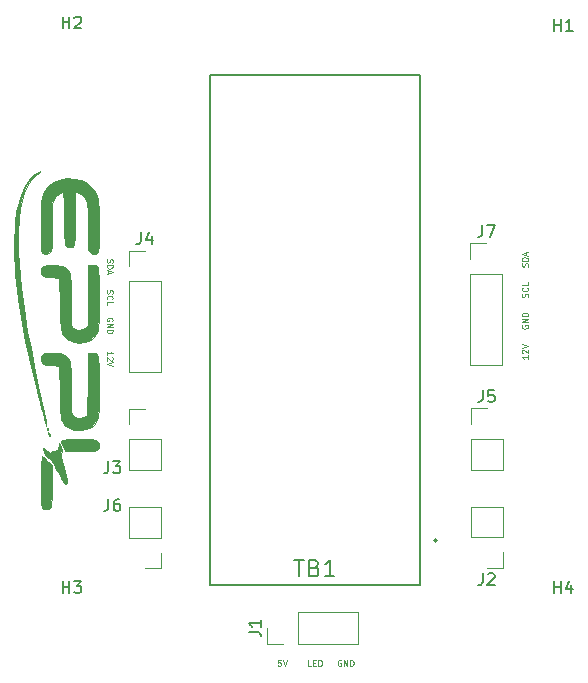
<source format=gbr>
%TF.GenerationSoftware,KiCad,Pcbnew,(6.0.4)*%
%TF.CreationDate,2022-10-02T20:23:54-04:00*%
%TF.ProjectId,NANO_HAT,4e414e4f-5f48-4415-942e-6b696361645f,rev?*%
%TF.SameCoordinates,Original*%
%TF.FileFunction,Legend,Top*%
%TF.FilePolarity,Positive*%
%FSLAX46Y46*%
G04 Gerber Fmt 4.6, Leading zero omitted, Abs format (unit mm)*
G04 Created by KiCad (PCBNEW (6.0.4)) date 2022-10-02 20:23:54*
%MOMM*%
%LPD*%
G01*
G04 APERTURE LIST*
%ADD10C,0.125000*%
%ADD11C,0.150000*%
%ADD12C,0.120000*%
%ADD13C,0.127000*%
%ADD14C,0.200000*%
%ADD15C,0.010000*%
G04 APERTURE END LIST*
D10*
X144597619Y-79792857D02*
X144573809Y-79864285D01*
X144573809Y-79983333D01*
X144597619Y-80030952D01*
X144621428Y-80054761D01*
X144669047Y-80078571D01*
X144716666Y-80078571D01*
X144764285Y-80054761D01*
X144788095Y-80030952D01*
X144811904Y-79983333D01*
X144835714Y-79888095D01*
X144859523Y-79840476D01*
X144883333Y-79816666D01*
X144930952Y-79792857D01*
X144978571Y-79792857D01*
X145026190Y-79816666D01*
X145050000Y-79840476D01*
X145073809Y-79888095D01*
X145073809Y-80007142D01*
X145050000Y-80078571D01*
X144573809Y-80292857D02*
X145073809Y-80292857D01*
X145073809Y-80411904D01*
X145050000Y-80483333D01*
X145002380Y-80530952D01*
X144954761Y-80554761D01*
X144859523Y-80578571D01*
X144788095Y-80578571D01*
X144692857Y-80554761D01*
X144645238Y-80530952D01*
X144597619Y-80483333D01*
X144573809Y-80411904D01*
X144573809Y-80292857D01*
X144716666Y-80769047D02*
X144716666Y-81007142D01*
X144573809Y-80721428D02*
X145073809Y-80888095D01*
X144573809Y-81054761D01*
X180202380Y-82995238D02*
X180226190Y-82923809D01*
X180226190Y-82804761D01*
X180202380Y-82757142D01*
X180178571Y-82733333D01*
X180130952Y-82709523D01*
X180083333Y-82709523D01*
X180035714Y-82733333D01*
X180011904Y-82757142D01*
X179988095Y-82804761D01*
X179964285Y-82900000D01*
X179940476Y-82947619D01*
X179916666Y-82971428D01*
X179869047Y-82995238D01*
X179821428Y-82995238D01*
X179773809Y-82971428D01*
X179750000Y-82947619D01*
X179726190Y-82900000D01*
X179726190Y-82780952D01*
X179750000Y-82709523D01*
X180178571Y-82209523D02*
X180202380Y-82233333D01*
X180226190Y-82304761D01*
X180226190Y-82352380D01*
X180202380Y-82423809D01*
X180154761Y-82471428D01*
X180107142Y-82495238D01*
X180011904Y-82519047D01*
X179940476Y-82519047D01*
X179845238Y-82495238D01*
X179797619Y-82471428D01*
X179750000Y-82423809D01*
X179726190Y-82352380D01*
X179726190Y-82304761D01*
X179750000Y-82233333D01*
X179773809Y-82209523D01*
X180226190Y-81757142D02*
X180226190Y-81995238D01*
X179726190Y-81995238D01*
X144597619Y-82404761D02*
X144573809Y-82476190D01*
X144573809Y-82595238D01*
X144597619Y-82642857D01*
X144621428Y-82666666D01*
X144669047Y-82690476D01*
X144716666Y-82690476D01*
X144764285Y-82666666D01*
X144788095Y-82642857D01*
X144811904Y-82595238D01*
X144835714Y-82500000D01*
X144859523Y-82452380D01*
X144883333Y-82428571D01*
X144930952Y-82404761D01*
X144978571Y-82404761D01*
X145026190Y-82428571D01*
X145050000Y-82452380D01*
X145073809Y-82500000D01*
X145073809Y-82619047D01*
X145050000Y-82690476D01*
X144621428Y-83190476D02*
X144597619Y-83166666D01*
X144573809Y-83095238D01*
X144573809Y-83047619D01*
X144597619Y-82976190D01*
X144645238Y-82928571D01*
X144692857Y-82904761D01*
X144788095Y-82880952D01*
X144859523Y-82880952D01*
X144954761Y-82904761D01*
X145002380Y-82928571D01*
X145050000Y-82976190D01*
X145073809Y-83047619D01*
X145073809Y-83095238D01*
X145050000Y-83166666D01*
X145026190Y-83190476D01*
X144573809Y-83642857D02*
X144573809Y-83404761D01*
X145073809Y-83404761D01*
X161878571Y-114226190D02*
X161640476Y-114226190D01*
X161640476Y-113726190D01*
X162045238Y-113964285D02*
X162211904Y-113964285D01*
X162283333Y-114226190D02*
X162045238Y-114226190D01*
X162045238Y-113726190D01*
X162283333Y-113726190D01*
X162497619Y-114226190D02*
X162497619Y-113726190D01*
X162616666Y-113726190D01*
X162688095Y-113750000D01*
X162735714Y-113797619D01*
X162759523Y-113845238D01*
X162783333Y-113940476D01*
X162783333Y-114011904D01*
X162759523Y-114107142D01*
X162735714Y-114154761D01*
X162688095Y-114202380D01*
X162616666Y-114226190D01*
X162497619Y-114226190D01*
X144573809Y-87890476D02*
X144573809Y-87604761D01*
X144573809Y-87747619D02*
X145073809Y-87747619D01*
X145002380Y-87700000D01*
X144954761Y-87652380D01*
X144930952Y-87604761D01*
X145026190Y-88080952D02*
X145050000Y-88104761D01*
X145073809Y-88152380D01*
X145073809Y-88271428D01*
X145050000Y-88319047D01*
X145026190Y-88342857D01*
X144978571Y-88366666D01*
X144930952Y-88366666D01*
X144859523Y-88342857D01*
X144573809Y-88057142D01*
X144573809Y-88366666D01*
X145073809Y-88509523D02*
X144573809Y-88676190D01*
X145073809Y-88842857D01*
X159304761Y-113726190D02*
X159066666Y-113726190D01*
X159042857Y-113964285D01*
X159066666Y-113940476D01*
X159114285Y-113916666D01*
X159233333Y-113916666D01*
X159280952Y-113940476D01*
X159304761Y-113964285D01*
X159328571Y-114011904D01*
X159328571Y-114130952D01*
X159304761Y-114178571D01*
X159280952Y-114202380D01*
X159233333Y-114226190D01*
X159114285Y-114226190D01*
X159066666Y-114202380D01*
X159042857Y-114178571D01*
X159471428Y-113726190D02*
X159638095Y-114226190D01*
X159804761Y-113726190D01*
X180202380Y-80407142D02*
X180226190Y-80335714D01*
X180226190Y-80216666D01*
X180202380Y-80169047D01*
X180178571Y-80145238D01*
X180130952Y-80121428D01*
X180083333Y-80121428D01*
X180035714Y-80145238D01*
X180011904Y-80169047D01*
X179988095Y-80216666D01*
X179964285Y-80311904D01*
X179940476Y-80359523D01*
X179916666Y-80383333D01*
X179869047Y-80407142D01*
X179821428Y-80407142D01*
X179773809Y-80383333D01*
X179750000Y-80359523D01*
X179726190Y-80311904D01*
X179726190Y-80192857D01*
X179750000Y-80121428D01*
X180226190Y-79907142D02*
X179726190Y-79907142D01*
X179726190Y-79788095D01*
X179750000Y-79716666D01*
X179797619Y-79669047D01*
X179845238Y-79645238D01*
X179940476Y-79621428D01*
X180011904Y-79621428D01*
X180107142Y-79645238D01*
X180154761Y-79669047D01*
X180202380Y-79716666D01*
X180226190Y-79788095D01*
X180226190Y-79907142D01*
X180083333Y-79430952D02*
X180083333Y-79192857D01*
X180226190Y-79478571D02*
X179726190Y-79311904D01*
X180226190Y-79145238D01*
X145050000Y-85019047D02*
X145073809Y-84971428D01*
X145073809Y-84900000D01*
X145050000Y-84828571D01*
X145002380Y-84780952D01*
X144954761Y-84757142D01*
X144859523Y-84733333D01*
X144788095Y-84733333D01*
X144692857Y-84757142D01*
X144645238Y-84780952D01*
X144597619Y-84828571D01*
X144573809Y-84900000D01*
X144573809Y-84947619D01*
X144597619Y-85019047D01*
X144621428Y-85042857D01*
X144788095Y-85042857D01*
X144788095Y-84947619D01*
X144573809Y-85257142D02*
X145073809Y-85257142D01*
X144573809Y-85542857D01*
X145073809Y-85542857D01*
X144573809Y-85780952D02*
X145073809Y-85780952D01*
X145073809Y-85900000D01*
X145050000Y-85971428D01*
X145002380Y-86019047D01*
X144954761Y-86042857D01*
X144859523Y-86066666D01*
X144788095Y-86066666D01*
X144692857Y-86042857D01*
X144645238Y-86019047D01*
X144597619Y-85971428D01*
X144573809Y-85900000D01*
X144573809Y-85780952D01*
X164419047Y-113750000D02*
X164371428Y-113726190D01*
X164300000Y-113726190D01*
X164228571Y-113750000D01*
X164180952Y-113797619D01*
X164157142Y-113845238D01*
X164133333Y-113940476D01*
X164133333Y-114011904D01*
X164157142Y-114107142D01*
X164180952Y-114154761D01*
X164228571Y-114202380D01*
X164300000Y-114226190D01*
X164347619Y-114226190D01*
X164419047Y-114202380D01*
X164442857Y-114178571D01*
X164442857Y-114011904D01*
X164347619Y-114011904D01*
X164657142Y-114226190D02*
X164657142Y-113726190D01*
X164942857Y-114226190D01*
X164942857Y-113726190D01*
X165180952Y-114226190D02*
X165180952Y-113726190D01*
X165300000Y-113726190D01*
X165371428Y-113750000D01*
X165419047Y-113797619D01*
X165442857Y-113845238D01*
X165466666Y-113940476D01*
X165466666Y-114011904D01*
X165442857Y-114107142D01*
X165419047Y-114154761D01*
X165371428Y-114202380D01*
X165300000Y-114226190D01*
X165180952Y-114226190D01*
X179750000Y-85380952D02*
X179726190Y-85428571D01*
X179726190Y-85500000D01*
X179750000Y-85571428D01*
X179797619Y-85619047D01*
X179845238Y-85642857D01*
X179940476Y-85666666D01*
X180011904Y-85666666D01*
X180107142Y-85642857D01*
X180154761Y-85619047D01*
X180202380Y-85571428D01*
X180226190Y-85500000D01*
X180226190Y-85452380D01*
X180202380Y-85380952D01*
X180178571Y-85357142D01*
X180011904Y-85357142D01*
X180011904Y-85452380D01*
X180226190Y-85142857D02*
X179726190Y-85142857D01*
X180226190Y-84857142D01*
X179726190Y-84857142D01*
X180226190Y-84619047D02*
X179726190Y-84619047D01*
X179726190Y-84500000D01*
X179750000Y-84428571D01*
X179797619Y-84380952D01*
X179845238Y-84357142D01*
X179940476Y-84333333D01*
X180011904Y-84333333D01*
X180107142Y-84357142D01*
X180154761Y-84380952D01*
X180202380Y-84428571D01*
X180226190Y-84500000D01*
X180226190Y-84619047D01*
X180226190Y-87909523D02*
X180226190Y-88195238D01*
X180226190Y-88052380D02*
X179726190Y-88052380D01*
X179797619Y-88100000D01*
X179845238Y-88147619D01*
X179869047Y-88195238D01*
X179773809Y-87719047D02*
X179750000Y-87695238D01*
X179726190Y-87647619D01*
X179726190Y-87528571D01*
X179750000Y-87480952D01*
X179773809Y-87457142D01*
X179821428Y-87433333D01*
X179869047Y-87433333D01*
X179940476Y-87457142D01*
X180226190Y-87742857D01*
X180226190Y-87433333D01*
X179726190Y-87290476D02*
X180226190Y-87123809D01*
X179726190Y-86957142D01*
D11*
%TO.C,J5*%
X176416666Y-90872380D02*
X176416666Y-91586666D01*
X176369047Y-91729523D01*
X176273809Y-91824761D01*
X176130952Y-91872380D01*
X176035714Y-91872380D01*
X177369047Y-90872380D02*
X176892857Y-90872380D01*
X176845238Y-91348571D01*
X176892857Y-91300952D01*
X176988095Y-91253333D01*
X177226190Y-91253333D01*
X177321428Y-91300952D01*
X177369047Y-91348571D01*
X177416666Y-91443809D01*
X177416666Y-91681904D01*
X177369047Y-91777142D01*
X177321428Y-91824761D01*
X177226190Y-91872380D01*
X176988095Y-91872380D01*
X176892857Y-91824761D01*
X176845238Y-91777142D01*
%TO.C,H1*%
X182438095Y-60452380D02*
X182438095Y-59452380D01*
X182438095Y-59928571D02*
X183009523Y-59928571D01*
X183009523Y-60452380D02*
X183009523Y-59452380D01*
X184009523Y-60452380D02*
X183438095Y-60452380D01*
X183723809Y-60452380D02*
X183723809Y-59452380D01*
X183628571Y-59595238D01*
X183533333Y-59690476D01*
X183438095Y-59738095D01*
%TO.C,J7*%
X176366666Y-76897380D02*
X176366666Y-77611666D01*
X176319047Y-77754523D01*
X176223809Y-77849761D01*
X176080952Y-77897380D01*
X175985714Y-77897380D01*
X176747619Y-76897380D02*
X177414285Y-76897380D01*
X176985714Y-77897380D01*
%TO.C,J2*%
X176416666Y-106382380D02*
X176416666Y-107096666D01*
X176369047Y-107239523D01*
X176273809Y-107334761D01*
X176130952Y-107382380D01*
X176035714Y-107382380D01*
X176845238Y-106477619D02*
X176892857Y-106430000D01*
X176988095Y-106382380D01*
X177226190Y-106382380D01*
X177321428Y-106430000D01*
X177369047Y-106477619D01*
X177416666Y-106572857D01*
X177416666Y-106668095D01*
X177369047Y-106810952D01*
X176797619Y-107382380D01*
X177416666Y-107382380D01*
%TO.C,TB1*%
X160433333Y-105233333D02*
X161233333Y-105233333D01*
X160833333Y-106633333D02*
X160833333Y-105233333D01*
X162166666Y-105900000D02*
X162366666Y-105966666D01*
X162433333Y-106033333D01*
X162500000Y-106166666D01*
X162500000Y-106366666D01*
X162433333Y-106500000D01*
X162366666Y-106566666D01*
X162233333Y-106633333D01*
X161700000Y-106633333D01*
X161700000Y-105233333D01*
X162166666Y-105233333D01*
X162300000Y-105300000D01*
X162366666Y-105366666D01*
X162433333Y-105500000D01*
X162433333Y-105633333D01*
X162366666Y-105766666D01*
X162300000Y-105833333D01*
X162166666Y-105900000D01*
X161700000Y-105900000D01*
X163833333Y-106633333D02*
X163033333Y-106633333D01*
X163433333Y-106633333D02*
X163433333Y-105233333D01*
X163300000Y-105433333D01*
X163166666Y-105566666D01*
X163033333Y-105633333D01*
%TO.C,J3*%
X144716666Y-96902380D02*
X144716666Y-97616666D01*
X144669047Y-97759523D01*
X144573809Y-97854761D01*
X144430952Y-97902380D01*
X144335714Y-97902380D01*
X145097619Y-96902380D02*
X145716666Y-96902380D01*
X145383333Y-97283333D01*
X145526190Y-97283333D01*
X145621428Y-97330952D01*
X145669047Y-97378571D01*
X145716666Y-97473809D01*
X145716666Y-97711904D01*
X145669047Y-97807142D01*
X145621428Y-97854761D01*
X145526190Y-97902380D01*
X145240476Y-97902380D01*
X145145238Y-97854761D01*
X145097619Y-97807142D01*
%TO.C,J4*%
X147466666Y-77522380D02*
X147466666Y-78236666D01*
X147419047Y-78379523D01*
X147323809Y-78474761D01*
X147180952Y-78522380D01*
X147085714Y-78522380D01*
X148371428Y-77855714D02*
X148371428Y-78522380D01*
X148133333Y-77474761D02*
X147895238Y-78189047D01*
X148514285Y-78189047D01*
%TO.C,H3*%
X140838095Y-108052380D02*
X140838095Y-107052380D01*
X140838095Y-107528571D02*
X141409523Y-107528571D01*
X141409523Y-108052380D02*
X141409523Y-107052380D01*
X141790476Y-107052380D02*
X142409523Y-107052380D01*
X142076190Y-107433333D01*
X142219047Y-107433333D01*
X142314285Y-107480952D01*
X142361904Y-107528571D01*
X142409523Y-107623809D01*
X142409523Y-107861904D01*
X142361904Y-107957142D01*
X142314285Y-108004761D01*
X142219047Y-108052380D01*
X141933333Y-108052380D01*
X141838095Y-108004761D01*
X141790476Y-107957142D01*
%TO.C,J6*%
X144716666Y-100102380D02*
X144716666Y-100816666D01*
X144669047Y-100959523D01*
X144573809Y-101054761D01*
X144430952Y-101102380D01*
X144335714Y-101102380D01*
X145621428Y-100102380D02*
X145430952Y-100102380D01*
X145335714Y-100150000D01*
X145288095Y-100197619D01*
X145192857Y-100340476D01*
X145145238Y-100530952D01*
X145145238Y-100911904D01*
X145192857Y-101007142D01*
X145240476Y-101054761D01*
X145335714Y-101102380D01*
X145526190Y-101102380D01*
X145621428Y-101054761D01*
X145669047Y-101007142D01*
X145716666Y-100911904D01*
X145716666Y-100673809D01*
X145669047Y-100578571D01*
X145621428Y-100530952D01*
X145526190Y-100483333D01*
X145335714Y-100483333D01*
X145240476Y-100530952D01*
X145192857Y-100578571D01*
X145145238Y-100673809D01*
%TO.C,H4*%
X182438095Y-108052380D02*
X182438095Y-107052380D01*
X182438095Y-107528571D02*
X183009523Y-107528571D01*
X183009523Y-108052380D02*
X183009523Y-107052380D01*
X183914285Y-107385714D02*
X183914285Y-108052380D01*
X183676190Y-107004761D02*
X183438095Y-107719047D01*
X184057142Y-107719047D01*
%TO.C,J1*%
X156597380Y-111333333D02*
X157311666Y-111333333D01*
X157454523Y-111380952D01*
X157549761Y-111476190D01*
X157597380Y-111619047D01*
X157597380Y-111714285D01*
X157597380Y-110333333D02*
X157597380Y-110904761D01*
X157597380Y-110619047D02*
X156597380Y-110619047D01*
X156740238Y-110714285D01*
X156835476Y-110809523D01*
X156883095Y-110904761D01*
%TO.C,H2*%
X140838095Y-60252380D02*
X140838095Y-59252380D01*
X140838095Y-59728571D02*
X141409523Y-59728571D01*
X141409523Y-60252380D02*
X141409523Y-59252380D01*
X141838095Y-59347619D02*
X141885714Y-59300000D01*
X141980952Y-59252380D01*
X142219047Y-59252380D01*
X142314285Y-59300000D01*
X142361904Y-59347619D01*
X142409523Y-59442857D01*
X142409523Y-59538095D01*
X142361904Y-59680952D01*
X141790476Y-60252380D01*
X142409523Y-60252380D01*
D12*
%TO.C,J5*%
X175420000Y-95020000D02*
X175420000Y-97620000D01*
X175420000Y-93750000D02*
X175420000Y-92420000D01*
X175420000Y-92420000D02*
X176750000Y-92420000D01*
X175420000Y-95020000D02*
X178080000Y-95020000D01*
X178080000Y-95020000D02*
X178080000Y-97620000D01*
X175420000Y-97620000D02*
X178080000Y-97620000D01*
%TO.C,J7*%
X175370000Y-78445000D02*
X176700000Y-78445000D01*
X178030000Y-81045000D02*
X178030000Y-88725000D01*
X175370000Y-81045000D02*
X175370000Y-88725000D01*
X175370000Y-88725000D02*
X178030000Y-88725000D01*
X175370000Y-81045000D02*
X178030000Y-81045000D01*
X175370000Y-79775000D02*
X175370000Y-78445000D01*
%TO.C,J2*%
X178080000Y-103330000D02*
X175420000Y-103330000D01*
X175420000Y-103330000D02*
X175420000Y-100730000D01*
X178080000Y-104600000D02*
X178080000Y-105930000D01*
X178080000Y-105930000D02*
X176750000Y-105930000D01*
X178080000Y-100730000D02*
X175420000Y-100730000D01*
X178080000Y-103330000D02*
X178080000Y-100730000D01*
D13*
%TO.C,TB1*%
X171110000Y-107390000D02*
X153330000Y-107390000D01*
X171110000Y-64210000D02*
X171110000Y-107390000D01*
X153330000Y-64210000D02*
X171110000Y-64210000D01*
X153330000Y-107390000D02*
X153330000Y-64210000D01*
D14*
X172520000Y-103600000D02*
G75*
G03*
X172520000Y-103600000I-100000J0D01*
G01*
D12*
%TO.C,J3*%
X149130000Y-95045000D02*
X149130000Y-97645000D01*
X146470000Y-92445000D02*
X147800000Y-92445000D01*
X146470000Y-93775000D02*
X146470000Y-92445000D01*
X146470000Y-95045000D02*
X146470000Y-97645000D01*
X146470000Y-95045000D02*
X149130000Y-95045000D01*
X146470000Y-97645000D02*
X149130000Y-97645000D01*
%TO.C,J4*%
X146470000Y-80400000D02*
X146470000Y-79070000D01*
X146470000Y-81670000D02*
X146470000Y-89350000D01*
X146470000Y-81670000D02*
X149130000Y-81670000D01*
X146470000Y-79070000D02*
X147800000Y-79070000D01*
X149130000Y-81670000D02*
X149130000Y-89350000D01*
X146470000Y-89350000D02*
X149130000Y-89350000D01*
%TO.C,G\u002A\u002A\u002A*%
G36*
X139672667Y-94477667D02*
G01*
X139736159Y-94657171D01*
X139744176Y-94749787D01*
X139696716Y-94723579D01*
X139672667Y-94689334D01*
X139602467Y-94508592D01*
X139595248Y-94435334D01*
X139619422Y-94384703D01*
X139672667Y-94477667D01*
G37*
D15*
X139672667Y-94477667D02*
X139736159Y-94657171D01*
X139744176Y-94749787D01*
X139696716Y-94723579D01*
X139672667Y-94689334D01*
X139602467Y-94508592D01*
X139595248Y-94435334D01*
X139619422Y-94384703D01*
X139672667Y-94477667D01*
G36*
X141809177Y-72955754D02*
G01*
X142390172Y-73098802D01*
X142906774Y-73356173D01*
X143334442Y-73717253D01*
X143648637Y-74171426D01*
X143759573Y-74442556D01*
X143809557Y-74681472D01*
X143850490Y-75041762D01*
X143882293Y-75495775D01*
X143904889Y-76015858D01*
X143918202Y-76574362D01*
X143922155Y-77143634D01*
X143916669Y-77696023D01*
X143901667Y-78203880D01*
X143877073Y-78639551D01*
X143842809Y-78975386D01*
X143798797Y-79183734D01*
X143772953Y-79231619D01*
X143550637Y-79352940D01*
X143308073Y-79314979D01*
X143144000Y-79195334D01*
X143089855Y-79132263D01*
X143048644Y-79050710D01*
X143018612Y-78928568D01*
X142998002Y-78743728D01*
X142985060Y-78474086D01*
X142978029Y-78097533D01*
X142975154Y-77591964D01*
X142974667Y-77063065D01*
X142973575Y-76427416D01*
X142969115Y-75936867D01*
X142959514Y-75567191D01*
X142942999Y-75294164D01*
X142917794Y-75093559D01*
X142882127Y-74941150D01*
X142834223Y-74812711D01*
X142805326Y-74750318D01*
X142666198Y-74543139D01*
X142469520Y-74342362D01*
X142255530Y-74178358D01*
X142064467Y-74081499D01*
X141936567Y-74082158D01*
X141928836Y-74088720D01*
X141914122Y-74184842D01*
X141900900Y-74427383D01*
X141889725Y-74793431D01*
X141881149Y-75260076D01*
X141875727Y-75804406D01*
X141874000Y-76356178D01*
X141873119Y-77058295D01*
X141868361Y-77609342D01*
X141856556Y-78027582D01*
X141834536Y-78331276D01*
X141799130Y-78538686D01*
X141747168Y-78668075D01*
X141675480Y-78737704D01*
X141580897Y-78765836D01*
X141460248Y-78770732D01*
X141454900Y-78770704D01*
X141319685Y-78767880D01*
X141213197Y-78749091D01*
X141131762Y-78696139D01*
X141071705Y-78590830D01*
X141029352Y-78414968D01*
X141001028Y-78150358D01*
X140983058Y-77778803D01*
X140971768Y-77282109D01*
X140963483Y-76642080D01*
X140959947Y-76319850D01*
X140951186Y-75717109D01*
X140939137Y-75173797D01*
X140924619Y-74711712D01*
X140908454Y-74352654D01*
X140891462Y-74118421D01*
X140874463Y-74030813D01*
X140873767Y-74030667D01*
X140771894Y-74074404D01*
X140588652Y-74184262D01*
X140508755Y-74237163D01*
X140337736Y-74362564D01*
X140203839Y-74493500D01*
X140102550Y-74651607D01*
X140029356Y-74858522D01*
X139979746Y-75135880D01*
X139949206Y-75505316D01*
X139933224Y-75988467D01*
X139927286Y-76606969D01*
X139926667Y-77027962D01*
X139925923Y-77662545D01*
X139922550Y-78149676D01*
X139914839Y-78511235D01*
X139901081Y-78769101D01*
X139879566Y-78945155D01*
X139848585Y-79061275D01*
X139806429Y-79139341D01*
X139757334Y-79195334D01*
X139531574Y-79344293D01*
X139288364Y-79333986D01*
X139159101Y-79277021D01*
X139109202Y-79242486D01*
X139070732Y-79185541D01*
X139042319Y-79086152D01*
X139022592Y-78924284D01*
X139010178Y-78679903D01*
X139003706Y-78332974D01*
X139001802Y-77863463D01*
X139003096Y-77251336D01*
X139004000Y-77012188D01*
X139008726Y-76407924D01*
X139017482Y-75847974D01*
X139029516Y-75358302D01*
X139044074Y-74964872D01*
X139060405Y-74693648D01*
X139074503Y-74581000D01*
X139280881Y-74073497D01*
X139622040Y-73626413D01*
X140065586Y-73273198D01*
X140552169Y-73055093D01*
X141188329Y-72937645D01*
X141809177Y-72955754D01*
G37*
X141809177Y-72955754D02*
X142390172Y-73098802D01*
X142906774Y-73356173D01*
X143334442Y-73717253D01*
X143648637Y-74171426D01*
X143759573Y-74442556D01*
X143809557Y-74681472D01*
X143850490Y-75041762D01*
X143882293Y-75495775D01*
X143904889Y-76015858D01*
X143918202Y-76574362D01*
X143922155Y-77143634D01*
X143916669Y-77696023D01*
X143901667Y-78203880D01*
X143877073Y-78639551D01*
X143842809Y-78975386D01*
X143798797Y-79183734D01*
X143772953Y-79231619D01*
X143550637Y-79352940D01*
X143308073Y-79314979D01*
X143144000Y-79195334D01*
X143089855Y-79132263D01*
X143048644Y-79050710D01*
X143018612Y-78928568D01*
X142998002Y-78743728D01*
X142985060Y-78474086D01*
X142978029Y-78097533D01*
X142975154Y-77591964D01*
X142974667Y-77063065D01*
X142973575Y-76427416D01*
X142969115Y-75936867D01*
X142959514Y-75567191D01*
X142942999Y-75294164D01*
X142917794Y-75093559D01*
X142882127Y-74941150D01*
X142834223Y-74812711D01*
X142805326Y-74750318D01*
X142666198Y-74543139D01*
X142469520Y-74342362D01*
X142255530Y-74178358D01*
X142064467Y-74081499D01*
X141936567Y-74082158D01*
X141928836Y-74088720D01*
X141914122Y-74184842D01*
X141900900Y-74427383D01*
X141889725Y-74793431D01*
X141881149Y-75260076D01*
X141875727Y-75804406D01*
X141874000Y-76356178D01*
X141873119Y-77058295D01*
X141868361Y-77609342D01*
X141856556Y-78027582D01*
X141834536Y-78331276D01*
X141799130Y-78538686D01*
X141747168Y-78668075D01*
X141675480Y-78737704D01*
X141580897Y-78765836D01*
X141460248Y-78770732D01*
X141454900Y-78770704D01*
X141319685Y-78767880D01*
X141213197Y-78749091D01*
X141131762Y-78696139D01*
X141071705Y-78590830D01*
X141029352Y-78414968D01*
X141001028Y-78150358D01*
X140983058Y-77778803D01*
X140971768Y-77282109D01*
X140963483Y-76642080D01*
X140959947Y-76319850D01*
X140951186Y-75717109D01*
X140939137Y-75173797D01*
X140924619Y-74711712D01*
X140908454Y-74352654D01*
X140891462Y-74118421D01*
X140874463Y-74030813D01*
X140873767Y-74030667D01*
X140771894Y-74074404D01*
X140588652Y-74184262D01*
X140508755Y-74237163D01*
X140337736Y-74362564D01*
X140203839Y-74493500D01*
X140102550Y-74651607D01*
X140029356Y-74858522D01*
X139979746Y-75135880D01*
X139949206Y-75505316D01*
X139933224Y-75988467D01*
X139927286Y-76606969D01*
X139926667Y-77027962D01*
X139925923Y-77662545D01*
X139922550Y-78149676D01*
X139914839Y-78511235D01*
X139901081Y-78769101D01*
X139879566Y-78945155D01*
X139848585Y-79061275D01*
X139806429Y-79139341D01*
X139757334Y-79195334D01*
X139531574Y-79344293D01*
X139288364Y-79333986D01*
X139159101Y-79277021D01*
X139109202Y-79242486D01*
X139070732Y-79185541D01*
X139042319Y-79086152D01*
X139022592Y-78924284D01*
X139010178Y-78679903D01*
X139003706Y-78332974D01*
X139001802Y-77863463D01*
X139003096Y-77251336D01*
X139004000Y-77012188D01*
X139008726Y-76407924D01*
X139017482Y-75847974D01*
X139029516Y-75358302D01*
X139044074Y-74964872D01*
X139060405Y-74693648D01*
X139074503Y-74581000D01*
X139280881Y-74073497D01*
X139622040Y-73626413D01*
X140065586Y-73273198D01*
X140552169Y-73055093D01*
X141188329Y-72937645D01*
X141809177Y-72955754D01*
G36*
X143619728Y-80317431D02*
G01*
X143770070Y-80393095D01*
X143818355Y-80459767D01*
X143843254Y-80590408D01*
X143864023Y-80864107D01*
X143880639Y-81254638D01*
X143893078Y-81735776D01*
X143901318Y-82281297D01*
X143905336Y-82864973D01*
X143905109Y-83460580D01*
X143900614Y-84041892D01*
X143891829Y-84582685D01*
X143878731Y-85056732D01*
X143861296Y-85437807D01*
X143839502Y-85699686D01*
X143823001Y-85793519D01*
X143662441Y-86121185D01*
X143397574Y-86435686D01*
X143084974Y-86671013D01*
X143059334Y-86684577D01*
X142658792Y-86818453D01*
X142210760Y-86856582D01*
X141769642Y-86803362D01*
X141389843Y-86663189D01*
X141209590Y-86535072D01*
X141047086Y-86381787D01*
X140919199Y-86245382D01*
X140821363Y-86103717D01*
X140749013Y-85934648D01*
X140697583Y-85716035D01*
X140662508Y-85425735D01*
X140639223Y-85041607D01*
X140623162Y-84541508D01*
X140609760Y-83903298D01*
X140604000Y-83598000D01*
X140561667Y-81354334D01*
X139859855Y-81312000D01*
X139466056Y-81277638D01*
X139212355Y-81220219D01*
X139069619Y-81122546D01*
X139008714Y-80967424D01*
X138999205Y-80804000D01*
X139034669Y-80575953D01*
X139086782Y-80444167D01*
X139153058Y-80373544D01*
X139274684Y-80329128D01*
X139485415Y-80305330D01*
X139819006Y-80296557D01*
X139981304Y-80296000D01*
X140378993Y-80301386D01*
X140650944Y-80322492D01*
X140840552Y-80366739D01*
X140991208Y-80441548D01*
X141045010Y-80477920D01*
X141187188Y-80589777D01*
X141299018Y-80713402D01*
X141384108Y-80869578D01*
X141446065Y-81079087D01*
X141488496Y-81362714D01*
X141515010Y-81741240D01*
X141529212Y-82235449D01*
X141534711Y-82866123D01*
X141535334Y-83302796D01*
X141535334Y-85383697D01*
X141743152Y-85591515D01*
X142017802Y-85765086D01*
X142255001Y-85799334D01*
X142578021Y-85730241D01*
X142766849Y-85591515D01*
X142974667Y-85383697D01*
X142974667Y-80296000D01*
X143352688Y-80296000D01*
X143619728Y-80317431D01*
G37*
X143619728Y-80317431D02*
X143770070Y-80393095D01*
X143818355Y-80459767D01*
X143843254Y-80590408D01*
X143864023Y-80864107D01*
X143880639Y-81254638D01*
X143893078Y-81735776D01*
X143901318Y-82281297D01*
X143905336Y-82864973D01*
X143905109Y-83460580D01*
X143900614Y-84041892D01*
X143891829Y-84582685D01*
X143878731Y-85056732D01*
X143861296Y-85437807D01*
X143839502Y-85699686D01*
X143823001Y-85793519D01*
X143662441Y-86121185D01*
X143397574Y-86435686D01*
X143084974Y-86671013D01*
X143059334Y-86684577D01*
X142658792Y-86818453D01*
X142210760Y-86856582D01*
X141769642Y-86803362D01*
X141389843Y-86663189D01*
X141209590Y-86535072D01*
X141047086Y-86381787D01*
X140919199Y-86245382D01*
X140821363Y-86103717D01*
X140749013Y-85934648D01*
X140697583Y-85716035D01*
X140662508Y-85425735D01*
X140639223Y-85041607D01*
X140623162Y-84541508D01*
X140609760Y-83903298D01*
X140604000Y-83598000D01*
X140561667Y-81354334D01*
X139859855Y-81312000D01*
X139466056Y-81277638D01*
X139212355Y-81220219D01*
X139069619Y-81122546D01*
X139008714Y-80967424D01*
X138999205Y-80804000D01*
X139034669Y-80575953D01*
X139086782Y-80444167D01*
X139153058Y-80373544D01*
X139274684Y-80329128D01*
X139485415Y-80305330D01*
X139819006Y-80296557D01*
X139981304Y-80296000D01*
X140378993Y-80301386D01*
X140650944Y-80322492D01*
X140840552Y-80366739D01*
X140991208Y-80441548D01*
X141045010Y-80477920D01*
X141187188Y-80589777D01*
X141299018Y-80713402D01*
X141384108Y-80869578D01*
X141446065Y-81079087D01*
X141488496Y-81362714D01*
X141515010Y-81741240D01*
X141529212Y-82235449D01*
X141534711Y-82866123D01*
X141535334Y-83302796D01*
X141535334Y-85383697D01*
X141743152Y-85591515D01*
X142017802Y-85765086D01*
X142255001Y-85799334D01*
X142578021Y-85730241D01*
X142766849Y-85591515D01*
X142974667Y-85383697D01*
X142974667Y-80296000D01*
X143352688Y-80296000D01*
X143619728Y-80317431D01*
G36*
X142858655Y-95031745D02*
G01*
X143271969Y-95047640D01*
X143560278Y-95082675D01*
X143745704Y-95143841D01*
X143850374Y-95238129D01*
X143896411Y-95372528D01*
X143906000Y-95536000D01*
X143893634Y-95714921D01*
X143841640Y-95846347D01*
X143727676Y-95937504D01*
X143529399Y-95995613D01*
X143224466Y-96027900D01*
X142790535Y-96041588D01*
X142334756Y-96044000D01*
X141029606Y-96044000D01*
X140911553Y-95761459D01*
X140786573Y-95447625D01*
X140730045Y-95252989D01*
X140737455Y-95143939D01*
X140804287Y-95086866D01*
X140820069Y-95080360D01*
X140948556Y-95062410D01*
X141213907Y-95047112D01*
X141583658Y-95035617D01*
X142025347Y-95029073D01*
X142298211Y-95028000D01*
X142858655Y-95031745D01*
G37*
X142858655Y-95031745D02*
X143271969Y-95047640D01*
X143560278Y-95082675D01*
X143745704Y-95143841D01*
X143850374Y-95238129D01*
X143896411Y-95372528D01*
X143906000Y-95536000D01*
X143893634Y-95714921D01*
X143841640Y-95846347D01*
X143727676Y-95937504D01*
X143529399Y-95995613D01*
X143224466Y-96027900D01*
X142790535Y-96041588D01*
X142334756Y-96044000D01*
X141029606Y-96044000D01*
X140911553Y-95761459D01*
X140786573Y-95447625D01*
X140730045Y-95252989D01*
X140737455Y-95143939D01*
X140804287Y-95086866D01*
X140820069Y-95080360D01*
X140948556Y-95062410D01*
X141213907Y-95047112D01*
X141583658Y-95035617D01*
X142025347Y-95029073D01*
X142298211Y-95028000D01*
X142858655Y-95031745D01*
G36*
X140661916Y-95620167D02*
G01*
X140753383Y-96034925D01*
X140741294Y-96276345D01*
X140732490Y-96524699D01*
X140777315Y-96819236D01*
X140883890Y-97204514D01*
X140944285Y-97390001D01*
X141067572Y-97803989D01*
X141152313Y-98182244D01*
X141196431Y-98499545D01*
X141197849Y-98730672D01*
X141154490Y-98850404D01*
X141064279Y-98833521D01*
X141063062Y-98832519D01*
X140951455Y-98696820D01*
X140808124Y-98467241D01*
X140714744Y-98292985D01*
X140576219Y-98031334D01*
X140450994Y-97819589D01*
X140393094Y-97737334D01*
X140295191Y-97575536D01*
X140191400Y-97340104D01*
X140174327Y-97293541D01*
X140032477Y-97036754D01*
X139812972Y-96781995D01*
X139735379Y-96713871D01*
X139523252Y-96524902D01*
X139382986Y-96335563D01*
X139274442Y-96081909D01*
X139208568Y-95874667D01*
X139180878Y-95759913D01*
X139209859Y-95742587D01*
X139319157Y-95830720D01*
X139454955Y-95958355D01*
X139652822Y-96129487D01*
X139772268Y-96182023D01*
X139834633Y-96140587D01*
X139963793Y-96054051D01*
X140148441Y-96015618D01*
X140371621Y-95971715D01*
X140485887Y-95842228D01*
X140524597Y-95588415D01*
X140524944Y-95578334D01*
X140533147Y-95324334D01*
X140661916Y-95620167D01*
G37*
X140661916Y-95620167D02*
X140753383Y-96034925D01*
X140741294Y-96276345D01*
X140732490Y-96524699D01*
X140777315Y-96819236D01*
X140883890Y-97204514D01*
X140944285Y-97390001D01*
X141067572Y-97803989D01*
X141152313Y-98182244D01*
X141196431Y-98499545D01*
X141197849Y-98730672D01*
X141154490Y-98850404D01*
X141064279Y-98833521D01*
X141063062Y-98832519D01*
X140951455Y-98696820D01*
X140808124Y-98467241D01*
X140714744Y-98292985D01*
X140576219Y-98031334D01*
X140450994Y-97819589D01*
X140393094Y-97737334D01*
X140295191Y-97575536D01*
X140191400Y-97340104D01*
X140174327Y-97293541D01*
X140032477Y-97036754D01*
X139812972Y-96781995D01*
X139735379Y-96713871D01*
X139523252Y-96524902D01*
X139382986Y-96335563D01*
X139274442Y-96081909D01*
X139208568Y-95874667D01*
X139180878Y-95759913D01*
X139209859Y-95742587D01*
X139319157Y-95830720D01*
X139454955Y-95958355D01*
X139652822Y-96129487D01*
X139772268Y-96182023D01*
X139834633Y-96140587D01*
X139963793Y-96054051D01*
X140148441Y-96015618D01*
X140371621Y-95971715D01*
X140485887Y-95842228D01*
X140524597Y-95588415D01*
X140524944Y-95578334D01*
X140533147Y-95324334D01*
X140661916Y-95620167D01*
G36*
X139178858Y-96520256D02*
G01*
X139334647Y-96658500D01*
X139529292Y-96837387D01*
X139926667Y-97207440D01*
X139926667Y-98892881D01*
X139923505Y-99539017D01*
X139910905Y-100035306D01*
X139884197Y-100401171D01*
X139838709Y-100656031D01*
X139769771Y-100819307D01*
X139672712Y-100910420D01*
X139542862Y-100948790D01*
X139430800Y-100954667D01*
X139296147Y-100948947D01*
X139192627Y-100918757D01*
X139116329Y-100844551D01*
X139063341Y-100706784D01*
X139029750Y-100485908D01*
X139011645Y-100162380D01*
X139005114Y-99716652D01*
X139006246Y-99129180D01*
X139008020Y-98842234D01*
X139013241Y-98276758D01*
X139020796Y-97756643D01*
X139030059Y-97309796D01*
X139040407Y-96964124D01*
X139051214Y-96747537D01*
X139055977Y-96700167D01*
X139087870Y-96531539D01*
X139111582Y-96467334D01*
X139178858Y-96520256D01*
G37*
X139178858Y-96520256D02*
X139334647Y-96658500D01*
X139529292Y-96837387D01*
X139926667Y-97207440D01*
X139926667Y-98892881D01*
X139923505Y-99539017D01*
X139910905Y-100035306D01*
X139884197Y-100401171D01*
X139838709Y-100656031D01*
X139769771Y-100819307D01*
X139672712Y-100910420D01*
X139542862Y-100948790D01*
X139430800Y-100954667D01*
X139296147Y-100948947D01*
X139192627Y-100918757D01*
X139116329Y-100844551D01*
X139063341Y-100706784D01*
X139029750Y-100485908D01*
X139011645Y-100162380D01*
X139005114Y-99716652D01*
X139006246Y-99129180D01*
X139008020Y-98842234D01*
X139013241Y-98276758D01*
X139020796Y-97756643D01*
X139030059Y-97309796D01*
X139040407Y-96964124D01*
X139051214Y-96747537D01*
X139055977Y-96700167D01*
X139087870Y-96531539D01*
X139111582Y-96467334D01*
X139178858Y-96520256D01*
G36*
X138922602Y-72423164D02*
G01*
X138776319Y-72532592D01*
X138707155Y-72575304D01*
X138478617Y-72750843D01*
X138238551Y-72995550D01*
X138142654Y-73114966D01*
X137827839Y-73609245D01*
X137574972Y-74162463D01*
X137378797Y-74795831D01*
X137234060Y-75530566D01*
X137135505Y-76387880D01*
X137077877Y-77388987D01*
X137076870Y-77417334D01*
X137060816Y-78285825D01*
X137073915Y-79182868D01*
X137117877Y-80120438D01*
X137194412Y-81110512D01*
X137305229Y-82165063D01*
X137452038Y-83296068D01*
X137636550Y-84515502D01*
X137860472Y-85835340D01*
X138125517Y-87267557D01*
X138433392Y-88824130D01*
X138785809Y-90517034D01*
X139184475Y-92358243D01*
X139256841Y-92686269D01*
X139346492Y-93109602D01*
X139415714Y-93471926D01*
X139459171Y-93742307D01*
X139471530Y-93889816D01*
X139467343Y-93906880D01*
X139418528Y-93924561D01*
X139418002Y-93920278D01*
X139397041Y-93817300D01*
X139340093Y-93579670D01*
X139254593Y-93236407D01*
X139147977Y-92816529D01*
X139027679Y-92349057D01*
X138901134Y-91863010D01*
X138775777Y-91387406D01*
X138659042Y-90951265D01*
X138628051Y-90837000D01*
X138294421Y-89532226D01*
X137975673Y-88133126D01*
X137678712Y-86678667D01*
X137410439Y-85207816D01*
X137177759Y-83759539D01*
X136987574Y-82372804D01*
X136846788Y-81086577D01*
X136798139Y-80507667D01*
X136737556Y-79357014D01*
X136725842Y-78229323D01*
X136762863Y-77178301D01*
X136807798Y-76613000D01*
X136930971Y-75752604D01*
X137120484Y-74936659D01*
X137366360Y-74193964D01*
X137658623Y-73553322D01*
X137987298Y-73043533D01*
X138083935Y-72928783D01*
X138255160Y-72768622D01*
X138473040Y-72602896D01*
X138693134Y-72460449D01*
X138870999Y-72370124D01*
X138961069Y-72359513D01*
X138922602Y-72423164D01*
G37*
X138922602Y-72423164D02*
X138776319Y-72532592D01*
X138707155Y-72575304D01*
X138478617Y-72750843D01*
X138238551Y-72995550D01*
X138142654Y-73114966D01*
X137827839Y-73609245D01*
X137574972Y-74162463D01*
X137378797Y-74795831D01*
X137234060Y-75530566D01*
X137135505Y-76387880D01*
X137077877Y-77388987D01*
X137076870Y-77417334D01*
X137060816Y-78285825D01*
X137073915Y-79182868D01*
X137117877Y-80120438D01*
X137194412Y-81110512D01*
X137305229Y-82165063D01*
X137452038Y-83296068D01*
X137636550Y-84515502D01*
X137860472Y-85835340D01*
X138125517Y-87267557D01*
X138433392Y-88824130D01*
X138785809Y-90517034D01*
X139184475Y-92358243D01*
X139256841Y-92686269D01*
X139346492Y-93109602D01*
X139415714Y-93471926D01*
X139459171Y-93742307D01*
X139471530Y-93889816D01*
X139467343Y-93906880D01*
X139418528Y-93924561D01*
X139418002Y-93920278D01*
X139397041Y-93817300D01*
X139340093Y-93579670D01*
X139254593Y-93236407D01*
X139147977Y-92816529D01*
X139027679Y-92349057D01*
X138901134Y-91863010D01*
X138775777Y-91387406D01*
X138659042Y-90951265D01*
X138628051Y-90837000D01*
X138294421Y-89532226D01*
X137975673Y-88133126D01*
X137678712Y-86678667D01*
X137410439Y-85207816D01*
X137177759Y-83759539D01*
X136987574Y-82372804D01*
X136846788Y-81086577D01*
X136798139Y-80507667D01*
X136737556Y-79357014D01*
X136725842Y-78229323D01*
X136762863Y-77178301D01*
X136807798Y-76613000D01*
X136930971Y-75752604D01*
X137120484Y-74936659D01*
X137366360Y-74193964D01*
X137658623Y-73553322D01*
X137987298Y-73043533D01*
X138083935Y-72928783D01*
X138255160Y-72768622D01*
X138473040Y-72602896D01*
X138693134Y-72460449D01*
X138870999Y-72370124D01*
X138961069Y-72359513D01*
X138922602Y-72423164D01*
G36*
X139561171Y-94080792D02*
G01*
X139571264Y-94213116D01*
X139554487Y-94243070D01*
X139516005Y-94217819D01*
X139510018Y-94131945D01*
X139530695Y-94041602D01*
X139561171Y-94080792D01*
G37*
X139561171Y-94080792D02*
X139571264Y-94213116D01*
X139554487Y-94243070D01*
X139516005Y-94217819D01*
X139510018Y-94131945D01*
X139530695Y-94041602D01*
X139561171Y-94080792D01*
G36*
X143349350Y-87715308D02*
G01*
X143501071Y-87723077D01*
X143622366Y-87746722D01*
X143716642Y-87803396D01*
X143787302Y-87910255D01*
X143837752Y-88084453D01*
X143871395Y-88343144D01*
X143891637Y-88703482D01*
X143901882Y-89182622D01*
X143905535Y-89797718D01*
X143906000Y-90519987D01*
X143905302Y-91241266D01*
X143902367Y-91814344D01*
X143895941Y-92260348D01*
X143884765Y-92600406D01*
X143867585Y-92855648D01*
X143843142Y-93047202D01*
X143810182Y-93196196D01*
X143767446Y-93323759D01*
X143734502Y-93403638D01*
X143502647Y-93787783D01*
X143182037Y-94049571D01*
X142752019Y-94201767D01*
X142364536Y-94250569D01*
X141796259Y-94225106D01*
X141339706Y-94073130D01*
X140993199Y-93793883D01*
X140834002Y-93558577D01*
X140776613Y-93442425D01*
X140731568Y-93319230D01*
X140696846Y-93166549D01*
X140670423Y-92961935D01*
X140650278Y-92682946D01*
X140634387Y-92307136D01*
X140620728Y-91812061D01*
X140607279Y-91175278D01*
X140604000Y-91006334D01*
X140561667Y-88805000D01*
X139928811Y-88779740D01*
X139499613Y-88740568D01*
X139215234Y-88655785D01*
X139054570Y-88513592D01*
X138996517Y-88302184D01*
X138995334Y-88257727D01*
X139040956Y-88019599D01*
X139115670Y-87868682D01*
X139196254Y-87788779D01*
X139320173Y-87739491D01*
X139524928Y-87713839D01*
X139848024Y-87704841D01*
X139998554Y-87704334D01*
X140387867Y-87710735D01*
X140652497Y-87735116D01*
X140836785Y-87785240D01*
X140985073Y-87868871D01*
X141000051Y-87879685D01*
X141155403Y-88002883D01*
X141277477Y-88132257D01*
X141370260Y-88289052D01*
X141437739Y-88494510D01*
X141483900Y-88769874D01*
X141512730Y-89136386D01*
X141528216Y-89615289D01*
X141534345Y-90227827D01*
X141535202Y-90731167D01*
X141535952Y-91382924D01*
X141539158Y-91886604D01*
X141546391Y-92263461D01*
X141559222Y-92534747D01*
X141579224Y-92721717D01*
X141607968Y-92845624D01*
X141647025Y-92927722D01*
X141697967Y-92989264D01*
X141702514Y-92993847D01*
X141911504Y-93143270D01*
X142085157Y-93215104D01*
X142319800Y-93218644D01*
X142585777Y-93149671D01*
X142803409Y-93033675D01*
X142870650Y-92963809D01*
X142887383Y-92858259D01*
X142905171Y-92604926D01*
X142923178Y-92225350D01*
X142940566Y-91741069D01*
X142956500Y-91173623D01*
X142970141Y-90544553D01*
X142974667Y-90286667D01*
X143017000Y-87704334D01*
X143349350Y-87715308D01*
G37*
X143349350Y-87715308D02*
X143501071Y-87723077D01*
X143622366Y-87746722D01*
X143716642Y-87803396D01*
X143787302Y-87910255D01*
X143837752Y-88084453D01*
X143871395Y-88343144D01*
X143891637Y-88703482D01*
X143901882Y-89182622D01*
X143905535Y-89797718D01*
X143906000Y-90519987D01*
X143905302Y-91241266D01*
X143902367Y-91814344D01*
X143895941Y-92260348D01*
X143884765Y-92600406D01*
X143867585Y-92855648D01*
X143843142Y-93047202D01*
X143810182Y-93196196D01*
X143767446Y-93323759D01*
X143734502Y-93403638D01*
X143502647Y-93787783D01*
X143182037Y-94049571D01*
X142752019Y-94201767D01*
X142364536Y-94250569D01*
X141796259Y-94225106D01*
X141339706Y-94073130D01*
X140993199Y-93793883D01*
X140834002Y-93558577D01*
X140776613Y-93442425D01*
X140731568Y-93319230D01*
X140696846Y-93166549D01*
X140670423Y-92961935D01*
X140650278Y-92682946D01*
X140634387Y-92307136D01*
X140620728Y-91812061D01*
X140607279Y-91175278D01*
X140604000Y-91006334D01*
X140561667Y-88805000D01*
X139928811Y-88779740D01*
X139499613Y-88740568D01*
X139215234Y-88655785D01*
X139054570Y-88513592D01*
X138996517Y-88302184D01*
X138995334Y-88257727D01*
X139040956Y-88019599D01*
X139115670Y-87868682D01*
X139196254Y-87788779D01*
X139320173Y-87739491D01*
X139524928Y-87713839D01*
X139848024Y-87704841D01*
X139998554Y-87704334D01*
X140387867Y-87710735D01*
X140652497Y-87735116D01*
X140836785Y-87785240D01*
X140985073Y-87868871D01*
X141000051Y-87879685D01*
X141155403Y-88002883D01*
X141277477Y-88132257D01*
X141370260Y-88289052D01*
X141437739Y-88494510D01*
X141483900Y-88769874D01*
X141512730Y-89136386D01*
X141528216Y-89615289D01*
X141534345Y-90227827D01*
X141535202Y-90731167D01*
X141535952Y-91382924D01*
X141539158Y-91886604D01*
X141546391Y-92263461D01*
X141559222Y-92534747D01*
X141579224Y-92721717D01*
X141607968Y-92845624D01*
X141647025Y-92927722D01*
X141697967Y-92989264D01*
X141702514Y-92993847D01*
X141911504Y-93143270D01*
X142085157Y-93215104D01*
X142319800Y-93218644D01*
X142585777Y-93149671D01*
X142803409Y-93033675D01*
X142870650Y-92963809D01*
X142887383Y-92858259D01*
X142905171Y-92604926D01*
X142923178Y-92225350D01*
X142940566Y-91741069D01*
X142956500Y-91173623D01*
X142970141Y-90544553D01*
X142974667Y-90286667D01*
X143017000Y-87704334D01*
X143349350Y-87715308D01*
D12*
%TO.C,J6*%
X149130000Y-100755000D02*
X146470000Y-100755000D01*
X149130000Y-103355000D02*
X146470000Y-103355000D01*
X146470000Y-103355000D02*
X146470000Y-100755000D01*
X149130000Y-103355000D02*
X149130000Y-100755000D01*
X149130000Y-105955000D02*
X147800000Y-105955000D01*
X149130000Y-104625000D02*
X149130000Y-105955000D01*
%TO.C,J1*%
X159475000Y-112330000D02*
X158145000Y-112330000D01*
X165885000Y-112330000D02*
X165885000Y-109670000D01*
X160745000Y-109670000D02*
X165885000Y-109670000D01*
X158145000Y-112330000D02*
X158145000Y-111000000D01*
X160745000Y-112330000D02*
X160745000Y-109670000D01*
X160745000Y-112330000D02*
X165885000Y-112330000D01*
%TD*%
M02*

</source>
